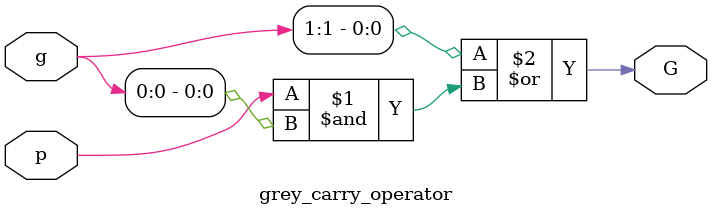
<source format=v>
`timescale 1ns / 1ps

// grey cell: g output only
module grey_carry_operator (
    input p,                 // p''
    input [1:0] g,           // g'', g'
    output G
);

    assign G = g[1] | (p & g[0]);

endmodule

</source>
